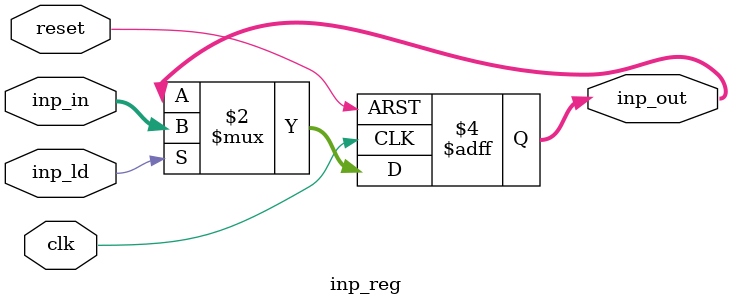
<source format=v>
module inp_reg (inp_in, inp_out, inp_ld, clk, reset);
	parameter N = 8;
	input signed [N-1:0] inp_in;
	input inp_ld, clk, reset;
	output reg signed [N-1:0] inp_out;
	
	always @(posedge clk or posedge reset) begin
		if (reset)
			inp_out <= 0;  // Reset the register value to 0
		else if (inp_ld)
			inp_out <= inp_in;  // Load inp_in into inp_out when inp_ld is high
	end
endmodule

</source>
